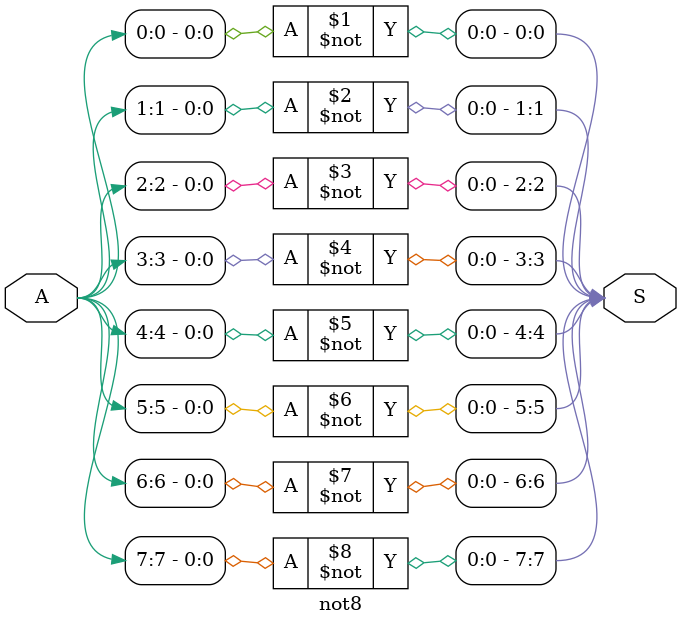
<source format=v>
module not8(input [7:0]A, output [7:0]S);
	not(S[0], A[0]);
	not(S[1], A[1]);
	not(S[2], A[2]);
	not(S[3], A[3]);
	not(S[4], A[4]);
	not(S[5], A[5]);
	not(S[6], A[6]);
	not(S[7], A[7]);
endmodule
</source>
